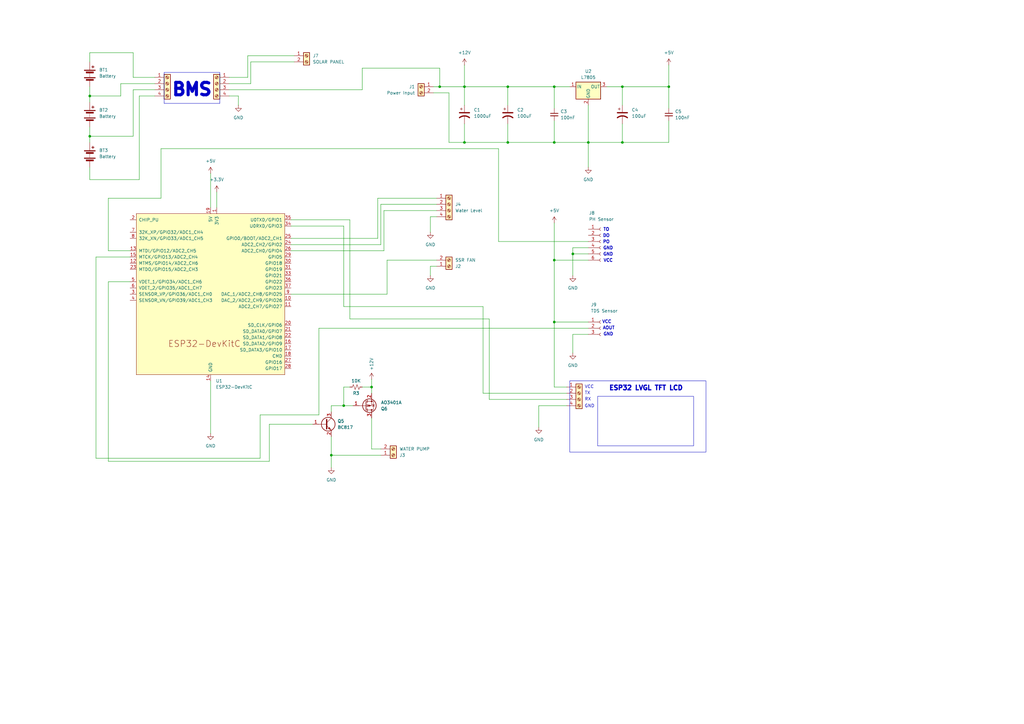
<source format=kicad_sch>
(kicad_sch (version 20250114) (generator "eeschema") (generator_version "9.0")
  (paper "A3")
  (lib_symbols
    (symbol "Connector:Conn_01x03_Socket" (pin_names (offset 1.016) (hide yes))
      (property "Reference" "J" (at 0 5.08 0))
      (property "Value" "Conn_01x03_Socket" (at 0 -5.08 0))
      (symbol "Conn_01x03_Socket_1_1"
        (polyline (pts (xy -1.27 2.54) (xy -0.508 2.54)) (stroke (width 0.1524)))
        (polyline (pts (xy -1.27 0) (xy -0.508 0)) (stroke (width 0.1524)))
        (polyline (pts (xy -1.27 -2.54) (xy -0.508 -2.54)) (stroke (width 0.1524)))
        (arc (start 0 2.032) (mid -0.5058 2.54) (end 0 3.048) (stroke (width 0.1524)))
        (arc (start 0 -0.508) (mid -0.5058 0) (end 0 0.508) (stroke (width 0.1524)))
        (arc (start 0 -3.048) (mid -0.5058 -2.54) (end 0 -2.032) (stroke (width 0.1524)))
        (pin passive line (at -5.08 2.54 0) (length 3.81) (name "Pin_1") (number "1"))
        (pin passive line (at -5.08 0 0) (length 3.81) (name "Pin_2") (number "2"))
        (pin passive line (at -5.08 -2.54 0) (length 3.81) (name "Pin_3") (number "3"))
      )
    )
    (symbol "Connector:Conn_01x06_Socket" (pin_names (offset 1.016) (hide yes))
      (property "Reference" "J" (at 0 7.62 0))
      (property "Value" "Conn_01x06_Socket" (at 0 -10.16 0))
      (symbol "Conn_01x06_Socket_1_1"
        (polyline (pts (xy -1.27 5.08) (xy -0.508 5.08)) (stroke (width 0.1524)))
        (polyline (pts (xy -1.27 2.54) (xy -0.508 2.54)) (stroke (width 0.1524)))
        (polyline (pts (xy -1.27 0) (xy -0.508 0)) (stroke (width 0.1524)))
        (polyline (pts (xy -1.27 -2.54) (xy -0.508 -2.54)) (stroke (width 0.1524)))
        (polyline (pts (xy -1.27 -5.08) (xy -0.508 -5.08)) (stroke (width 0.1524)))
        (polyline (pts (xy -1.27 -7.62) (xy -0.508 -7.62)) (stroke (width 0.1524)))
        (arc (start 0 4.572) (mid -0.5058 5.08) (end 0 5.588) (stroke (width 0.1524)))
        (arc (start 0 2.032) (mid -0.5058 2.54) (end 0 3.048) (stroke (width 0.1524)))
        (arc (start 0 -0.508) (mid -0.5058 0) (end 0 0.508) (stroke (width 0.1524)))
        (arc (start 0 -3.048) (mid -0.5058 -2.54) (end 0 -2.032) (stroke (width 0.1524)))
        (arc (start 0 -5.588) (mid -0.5058 -5.08) (end 0 -4.572) (stroke (width 0.1524)))
        (arc (start 0 -8.128) (mid -0.5058 -7.62) (end 0 -7.112) (stroke (width 0.1524)))
        (pin passive line (at -5.08 5.08 0) (length 3.81) (name "Pin_1") (number "1"))
        (pin passive line (at -5.08 2.54 0) (length 3.81) (name "Pin_2") (number "2"))
        (pin passive line (at -5.08 0 0) (length 3.81) (name "Pin_3") (number "3"))
        (pin passive line (at -5.08 -2.54 0) (length 3.81) (name "Pin_4") (number "4"))
        (pin passive line (at -5.08 -5.08 0) (length 3.81) (name "Pin_5") (number "5"))
        (pin passive line (at -5.08 -7.62 0) (length 3.81) (name "Pin_6") (number "6"))
      )
    )
    (symbol "Connector:Screw_Terminal_01x02" (pin_names (offset 1.016) (hide yes))
      (property "Reference" "J" (at 0 2.54 0))
      (property "Value" "Screw_Terminal_01x02" (at 0 -5.08 0))
      (symbol "Screw_Terminal_01x02_1_1"
        (rectangle (start -1.27 1.27) (end 1.27 -3.81) (stroke (width 0.254)) (fill (type background)))
        (polyline (pts (xy -0.5334 0.3302) (xy 0.3302 -0.508)) (stroke (width 0.1524)))
        (polyline (pts (xy -0.5334 -2.2098) (xy 0.3302 -3.048)) (stroke (width 0.1524)))
        (polyline (pts (xy -0.3556 0.508) (xy 0.508 -0.3302)) (stroke (width 0.1524)))
        (polyline (pts (xy -0.3556 -2.032) (xy 0.508 -2.8702)) (stroke (width 0.1524)))
        (circle (center 0 0) (radius 0.635) (stroke (width 0.1524)))
        (circle (center 0 -2.54) (radius 0.635) (stroke (width 0.1524)))
        (pin passive line (at -5.08 0 0) (length 3.81) (name "Pin_1") (number "1"))
        (pin passive line (at -5.08 -2.54 0) (length 3.81) (name "Pin_2") (number "2"))
      )
    )
    (symbol "Connector:Screw_Terminal_01x04" (pin_names (offset 1.016) (hide yes))
      (property "Reference" "J" (at 0 5.08 0))
      (property "Value" "Screw_Terminal_01x04" (at 0 -7.62 0))
      (symbol "Screw_Terminal_01x04_1_1"
        (rectangle (start -1.27 3.81) (end 1.27 -6.35) (stroke (width 0.254)) (fill (type background)))
        (polyline (pts (xy -0.5334 2.8702) (xy 0.3302 2.032)) (stroke (width 0.1524)))
        (polyline (pts (xy -0.5334 0.3302) (xy 0.3302 -0.508)) (stroke (width 0.1524)))
        (polyline (pts (xy -0.5334 -2.2098) (xy 0.3302 -3.048)) (stroke (width 0.1524)))
        (polyline (pts (xy -0.5334 -4.7498) (xy 0.3302 -5.588)) (stroke (width 0.1524)))
        (polyline (pts (xy -0.3556 3.048) (xy 0.508 2.2098)) (stroke (width 0.1524)))
        (polyline (pts (xy -0.3556 0.508) (xy 0.508 -0.3302)) (stroke (width 0.1524)))
        (polyline (pts (xy -0.3556 -2.032) (xy 0.508 -2.8702)) (stroke (width 0.1524)))
        (polyline (pts (xy -0.3556 -4.572) (xy 0.508 -5.4102)) (stroke (width 0.1524)))
        (circle (center 0 2.54) (radius 0.635) (stroke (width 0.1524)))
        (circle (center 0 0) (radius 0.635) (stroke (width 0.1524)))
        (circle (center 0 -2.54) (radius 0.635) (stroke (width 0.1524)))
        (circle (center 0 -5.08) (radius 0.635) (stroke (width 0.1524)))
        (pin passive line (at -5.08 2.54 0) (length 3.81) (name "Pin_1") (number "1"))
        (pin passive line (at -5.08 0 0) (length 3.81) (name "Pin_2") (number "2"))
        (pin passive line (at -5.08 -2.54 0) (length 3.81) (name "Pin_3") (number "3"))
        (pin passive line (at -5.08 -5.08 0) (length 3.81) (name "Pin_4") (number "4"))
      )
    )
    (symbol "Device:Battery" (pin_numbers (hide yes)) (pin_names (offset 0) (hide yes))
      (property "Reference" "BT" (at 2.54 2.54 0))
      (property "Value" "Battery" (at 2.54 0 0))
      (symbol "Battery_0_1"
        (rectangle (start -2.286 1.778) (end 2.286 1.524) (fill (type outline)))
        (rectangle (start -2.286 -1.27) (end 2.286 -1.524) (fill (type outline)))
        (rectangle (start -1.524 1.016) (end 1.524 0.508) (fill (type outline)))
        (rectangle (start -1.524 -2.032) (end 1.524 -2.54) (fill (type outline)))
        (polyline (pts (xy 0 1.778) (xy 0 2.54)))
        (polyline (pts (xy 0 0) (xy 0 0.254)))
        (polyline (pts (xy 0 -0.508) (xy 0 -0.254)))
        (polyline (pts (xy 0 -1.016) (xy 0 -0.762)))
        (polyline (pts (xy 0.762 3.048) (xy 1.778 3.048)) (stroke (width 0.254)))
        (polyline (pts (xy 1.27 3.556) (xy 1.27 2.54)) (stroke (width 0.254)))
      )
      (symbol "Battery_1_1"
        (pin passive line (at 0 5.08 270) (length 2.54) (name "+") (number "1"))
        (pin passive line (at 0 -5.08 90) (length 2.54) (name "-") (number "2"))
      )
    )
    (symbol "Device:C_Polarized_US" (pin_numbers (hide yes)) (pin_names (offset 0.254) (hide yes))
      (property "Reference" "C" (at 0.635 2.54 0))
      (property "Value" "C_Polarized_US" (at 0.635 -2.54 0))
      (symbol "C_Polarized_US_0_1"
        (polyline (pts (xy -2.032 0.762) (xy 2.032 0.762)) (stroke (width 0.508)))
        (polyline (pts (xy -1.778 2.286) (xy -0.762 2.286)))
        (polyline (pts (xy -1.27 1.778) (xy -1.27 2.794)))
        (arc (start -2.032 -1.27) (mid 0 -0.5572) (end 2.032 -1.27) (stroke (width 0.508)))
      )
      (symbol "C_Polarized_US_1_1"
        (pin passive line (at 0 3.81 270) (length 2.794) (name "~") (number "1"))
        (pin passive line (at 0 -3.81 90) (length 3.302) (name "~") (number "2"))
      )
    )
    (symbol "Device:C_Small" (pin_numbers (hide yes)) (pin_names (offset 0.254) (hide yes))
      (property "Reference" "C" (at 0.254 1.778 0))
      (property "Value" "C_Small" (at 0.254 -2.032 0))
      (symbol "C_Small_0_1"
        (polyline (pts (xy -1.524 0.508) (xy 1.524 0.508)) (stroke (width 0.3048)))
        (polyline (pts (xy -1.524 -0.508) (xy 1.524 -0.508)) (stroke (width 0.3302)))
      )
      (symbol "C_Small_1_1"
        (pin passive line (at 0 2.54 270) (length 2.032) (name "~") (number "1"))
        (pin passive line (at 0 -2.54 90) (length 2.032) (name "~") (number "2"))
      )
    )
    (symbol "Device:R_Small_US" (pin_numbers (hide yes)) (pin_names (offset 0.254) (hide yes))
      (property "Reference" "R" (at 0.762 0.508 0))
      (property "Value" "R_Small_US" (at 0.762 -1.016 0))
      (symbol "R_Small_US_1_1"
        (polyline (pts (xy 0 1.524) (xy 1.016 1.143) (xy 0 0.762) (xy -1.016 0.381) (xy 0 0)))
        (polyline (pts (xy 0 0) (xy 1.016 -0.381) (xy 0 -0.762) (xy -1.016 -1.143) (xy 0 -1.524)))
        (pin passive line (at 0 2.54 270) (length 1.016) (name "~") (number "1"))
        (pin passive line (at 0 -2.54 90) (length 1.016) (name "~") (number "2"))
      )
    )
    (symbol "ESP32:ESP32-DevKitC" (pin_names (offset 1.016))
      (property "Reference" "U" (at -30.48 38.1 0))
      (property "Value" "ESP32-DevKitC" (at -30.48 35.56 0))
      (symbol "ESP32-DevKitC_0_0"
        (text "ESP32-DevKitC" (at -2.54 -20.32 0) (effects (font (size 2.54 2.54))))
        (pin power_in line (at 0 35.56 270) (length 2.54) (name "5V") (number "19"))
        (pin power_in line (at 0 -35.56 90) (length 2.54) (name "GND") (number "14"))
      )
      (symbol "ESP32-DevKitC_0_1"
        (rectangle (start -30.48 33.02) (end 30.48 -33.02) (fill (type background)))
      )
      (symbol "ESP32-DevKitC_1_1"
        (pin input line (at -33.02 30.48 0) (length 2.54) (name "CHIP_PU") (number "2"))
        (pin bidirectional line (at -33.02 25.4 0) (length 2.54) (name "32K_XP/GPIO32/ADC1_CH4") (number "7"))
        (pin bidirectional line (at -33.02 22.86 0) (length 2.54) (name "32K_XN/GPIO33/ADC1_CH5") (number "8"))
        (pin bidirectional line (at -33.02 17.78 0) (length 2.54) (name "MTDI/GPIO12/ADC2_CH5") (number "13"))
        (pin bidirectional line (at -33.02 15.24 0) (length 2.54) (name "MTCK/GPIO13/ADC2_CH4") (number "15"))
        (pin bidirectional line (at -33.02 12.7 0) (length 2.54) (name "MTMS/GPIO14/ADC2_CH6") (number "12"))
        (pin bidirectional line (at -33.02 10.16 0) (length 2.54) (name "MTDO/GPIO15/ADC2_CH3") (number "23"))
        (pin input line (at -33.02 5.08 0) (length 2.54) (name "VDET_1/GPIO34/ADC1_CH6") (number "5"))
        (pin input line (at -33.02 2.54 0) (length 2.54) (name "VDET_2/GPIO35/ADC1_CH7") (number "6"))
        (pin input line (at -33.02 0 0) (length 2.54) (name "SENSOR_VP/GPIO36/ADC1_CH0") (number "3"))
        (pin input line (at -33.02 -2.54 0) (length 2.54) (name "SENSOR_VN/GPIO39/ADC1_CH3") (number "4"))
        (pin passive line (at 0 -35.56 90) (length 2.54) (hide yes) (name "GND") (number "32"))
        (pin passive line (at 0 -35.56 90) (length 2.54) (hide yes) (name "GND") (number "38"))
        (pin power_in line (at 2.54 35.56 270) (length 2.54) (name "3V3") (number "1"))
        (pin bidirectional line (at 33.02 30.48 180) (length 2.54) (name "U0TXD/GPIO1") (number "35"))
        (pin bidirectional line (at 33.02 27.94 180) (length 2.54) (name "U0RXD/GPIO3") (number "34"))
        (pin bidirectional line (at 33.02 22.86 180) (length 2.54) (name "GPIO0/BOOT/ADC2_CH1") (number "25"))
        (pin bidirectional line (at 33.02 20.32 180) (length 2.54) (name "ADC2_CH2/GPIO2") (number "24"))
        (pin bidirectional line (at 33.02 17.78 180) (length 2.54) (name "ADC2_CH0/GPIO4") (number "26"))
        (pin bidirectional line (at 33.02 15.24 180) (length 2.54) (name "GPIO5") (number "29"))
        (pin bidirectional line (at 33.02 12.7 180) (length 2.54) (name "GPIO18") (number "30"))
        (pin bidirectional line (at 33.02 10.16 180) (length 2.54) (name "GPIO19") (number "31"))
        (pin bidirectional line (at 33.02 7.62 180) (length 2.54) (name "GPIO21") (number "33"))
        (pin bidirectional line (at 33.02 5.08 180) (length 2.54) (name "GPIO22") (number "36"))
        (pin bidirectional line (at 33.02 2.54 180) (length 2.54) (name "GPIO23") (number "37"))
        (pin bidirectional line (at 33.02 0 180) (length 2.54) (name "DAC_1/ADC2_CH8/GPIO25") (number "9"))
        (pin bidirectional line (at 33.02 -2.54 180) (length 2.54) (name "DAC_2/ADC2_CH9/GPIO26") (number "10"))
        (pin bidirectional line (at 33.02 -5.08 180) (length 2.54) (name "ADC2_CH7/GPIO27") (number "11"))
        (pin bidirectional line (at 33.02 -12.7 180) (length 2.54) (name "SD_CLK/GPIO6") (number "20"))
        (pin bidirectional line (at 33.02 -15.24 180) (length 2.54) (name "SD_DATA0/GPIO7") (number "21"))
        (pin bidirectional line (at 33.02 -17.78 180) (length 2.54) (name "SD_DATA1/GPIO8") (number "22"))
        (pin bidirectional line (at 33.02 -20.32 180) (length 2.54) (name "SD_DATA2/GPIO9") (number "16"))
        (pin bidirectional line (at 33.02 -22.86 180) (length 2.54) (name "SD_DATA3/GPIO10") (number "17"))
        (pin bidirectional line (at 33.02 -25.4 180) (length 2.54) (name "CMD") (number "18"))
        (pin bidirectional line (at 33.02 -27.94 180) (length 2.54) (name "GPIO16") (number "27"))
        (pin bidirectional line (at 33.02 -30.48 180) (length 2.54) (name "GPIO17") (number "28"))
      )
    )
    (symbol "Regulator_Linear:L7805" (pin_names (offset 0.254))
      (property "Reference" "U" (at -3.81 3.175 0))
      (property "Value" "L7805" (at 0 3.175 0))
      (symbol "L7805_0_1"
        (rectangle (start -5.08 1.905) (end 5.08 -5.08) (stroke (width 0.254)) (fill (type background)))
      )
      (symbol "L7805_1_1"
        (pin power_in line (at -7.62 0 0) (length 2.54) (name "IN") (number "1"))
        (pin power_in line (at 0 -7.62 90) (length 2.54) (name "GND") (number "2"))
        (pin power_out line (at 7.62 0 180) (length 2.54) (name "OUT") (number "3"))
      )
    )
    (symbol "Transistor_BJT:BC817" (pin_names (offset 0) (hide yes))
      (property "Reference" "Q" (at 5.08 1.905 0))
      (property "Value" "BC817" (at 5.08 0 0))
      (symbol "BC817_0_1"
        (polyline (pts (xy -2.54 0) (xy 0.635 0)))
        (polyline (pts (xy 0.635 1.905) (xy 0.635 -1.905)) (stroke (width 0.508)))
        (circle (center 1.27 0) (radius 2.8194) (stroke (width 0.254)))
      )
      (symbol "BC817_1_1"
        (polyline (pts (xy 0.635 0.635) (xy 2.54 2.54)))
        (polyline (pts (xy 0.635 -0.635) (xy 2.54 -2.54)))
        (polyline (pts (xy 1.27 -1.778) (xy 1.778 -1.27) (xy 2.286 -2.286) (xy 1.27 -1.778)) (fill (type outline)))
        (pin input line (at -5.08 0 0) (length 2.54) (name "B") (number "1"))
        (pin passive line (at 2.54 5.08 270) (length 2.54) (name "C") (number "3"))
        (pin passive line (at 2.54 -5.08 90) (length 2.54) (name "E") (number "2"))
      )
    )
    (symbol "Transistor_FET:AO3401A" (pin_names (hide yes))
      (property "Reference" "Q" (at 5.08 1.905 0))
      (property "Value" "AO3401A" (at 5.08 0 0))
      (symbol "AO3401A_0_1"
        (polyline (pts (xy 0.254 1.905) (xy 0.254 -1.905)) (stroke (width 0.254)))
        (polyline (pts (xy 0.254 0) (xy -2.54 0)))
        (polyline (pts (xy 0.762 2.286) (xy 0.762 1.27)) (stroke (width 0.254)))
        (polyline (pts (xy 0.762 1.778) (xy 3.302 1.778) (xy 3.302 -1.778) (xy 0.762 -1.778)))
        (polyline (pts (xy 0.762 0.508) (xy 0.762 -0.508)) (stroke (width 0.254)))
        (polyline (pts (xy 0.762 -1.27) (xy 0.762 -2.286)) (stroke (width 0.254)))
        (circle (center 1.651 0) (radius 2.794) (stroke (width 0.254)))
        (polyline (pts (xy 2.286 0) (xy 1.27 0.381) (xy 1.27 -0.381) (xy 2.286 0)) (fill (type outline)))
        (polyline (pts (xy 2.54 2.54) (xy 2.54 1.778)))
        (circle (center 2.54 1.778) (radius 0.254) (fill (type outline)))
        (circle (center 2.54 -1.778) (radius 0.254) (fill (type outline)))
        (polyline (pts (xy 2.54 -2.54) (xy 2.54 0) (xy 0.762 0)))
        (polyline (pts (xy 2.794 -0.508) (xy 2.921 -0.381) (xy 3.683 -0.381) (xy 3.81 -0.254)))
        (polyline (pts (xy 3.302 -0.381) (xy 2.921 0.254) (xy 3.683 0.254) (xy 3.302 -0.381)))
      )
      (symbol "AO3401A_1_1"
        (pin input line (at -5.08 0 0) (length 2.54) (name "G") (number "1"))
        (pin passive line (at 2.54 5.08 270) (length 2.54) (name "D") (number "3"))
        (pin passive line (at 2.54 -5.08 90) (length 2.54) (name "S") (number "2"))
      )
    )
    (symbol "power:+12V" (power) (pin_numbers (hide yes)) (pin_names (offset 0) (hide yes))
      (property "Value" "+12V" (at 0 3.556 0))
      (symbol "+12V_0_1"
        (polyline (pts (xy -0.762 1.27) (xy 0 2.54)))
        (polyline (pts (xy 0 2.54) (xy 0.762 1.27)))
        (polyline (pts (xy 0 0) (xy 0 2.54)))
      )
      (symbol "+12V_1_1"
        (pin power_in line (at 0 0 90) (length 0) (name "~") (number "1"))
      )
    )
    (symbol "power:+3.3V" (power) (pin_numbers (hide yes)) (pin_names (offset 0) (hide yes))
      (property "Value" "+3.3V" (at 0 3.556 0))
      (symbol "+3.3V_0_1"
        (polyline (pts (xy -0.762 1.27) (xy 0 2.54)))
        (polyline (pts (xy 0 2.54) (xy 0.762 1.27)))
        (polyline (pts (xy 0 0) (xy 0 2.54)))
      )
      (symbol "+3.3V_1_1"
        (pin power_in line (at 0 0 90) (length 0) (name "~") (number "1"))
      )
    )
    (symbol "power:+5V" (power) (pin_numbers (hide yes)) (pin_names (offset 0) (hide yes))
      (property "Value" "+5V" (at 0 3.556 0))
      (symbol "+5V_0_1"
        (polyline (pts (xy -0.762 1.27) (xy 0 2.54)))
        (polyline (pts (xy 0 2.54) (xy 0.762 1.27)))
        (polyline (pts (xy 0 0) (xy 0 2.54)))
      )
      (symbol "+5V_1_1"
        (pin power_in line (at 0 0 90) (length 0) (name "~") (number "1"))
      )
    )
    (symbol "power:GND" (power) (pin_numbers (hide yes)) (pin_names (offset 0) (hide yes))
      (property "Value" "GND" (at 0 -3.81 0))
      (symbol "GND_0_1"
        (polyline (pts (xy 0 0) (xy 0 -1.27) (xy 1.27 -1.27) (xy 0 -2.54) (xy -1.27 -1.27) (xy 0 -1.27)))
      )
      (symbol "GND_1_1"
        (pin power_in line (at 0 0 270) (length 0) (name "~") (number "1"))
      )
    )
  )
  (rectangle (start 284.48 162.56) (end 245.11 182.88))
  (rectangle (start 67.31 29.718) (end 90.17 42.418))
  (rectangle (start 289.56 156.21) (end 233.68 185.42))
  (text "TX" (at 239.776 161.29 0) (effects (font (size 1.27 1.27)) (justify left)))
  (text "PO" (at 248.666 99.314 0) (effects (font (size 1.27 1.27) (thickness 0.254) (bold yes))))
  (text "RX" (at 239.776 163.83 0) (effects (font (size 1.27 1.27)) (justify left)))
  (text "TO" (at 248.666 94.234 0) (effects (font (size 1.27 1.27) (thickness 0.254) (bold yes))))
  (text "GND" (at 249.428 104.394 0) (effects (font (size 1.27 1.27) (thickness 0.254) (bold yes))))
  (text "AOUT" (at 247.142 134.62 0) (effects (font (size 1.27 1.27) (thickness 0.254) (bold yes)) (justify left)))
  (text "ESP32 LVGL TFT LCD" (at 249.682 159.258 0) (effects (font (size 1.905 1.905) (thickness 0.508) (bold yes)) (justify left)))
  (text "BMS" (at 78.74 36.83 0) (effects (font (size 5.08 5.08) (thickness 1.524) (bold yes))))
  (text "GND" (at 249.428 101.854 0) (effects (font (size 1.27 1.27) (thickness 0.254) (bold yes))))
  (text "GND" (at 247.396 137.16 0) (effects (font (size 1.27 1.27) (thickness 0.254) (bold yes)) (justify left)))
  (text "DO" (at 248.666 96.774 0) (effects (font (size 1.27 1.27) (thickness 0.254) (bold yes))))
  (text "VCC" (at 246.888 132.08 0) (effects (font (size 1.27 1.27) (thickness 0.254) (bold yes)) (justify left)))
  (text "VCC" (at 239.776 158.75 0) (effects (font (size 1.27 1.27)) (justify left)))
  (text "GND" (at 239.776 166.624 0) (effects (font (size 1.27 1.27)) (justify left)))
  (text "VCC" (at 249.428 106.934 0) (effects (font (size 1.27 1.27) (thickness 0.254) (bold yes))))
  (junction (at 135.89 186.69))
  (junction (at 36.83 39.37))
  (junction (at 180.34 35.56))
  (junction (at 190.5 58.42))
  (junction (at 241.3 58.42))
  (junction (at 255.27 35.56))
  (junction (at 190.5 35.56))
  (junction (at 208.28 58.42))
  (junction (at 274.32 35.56))
  (junction (at 36.83 55.88))
  (junction (at 208.28 35.56))
  (junction (at 255.27 58.42))
  (junction (at 227.33 132.08))
  (junction (at 152.4 158.75))
  (junction (at 227.33 35.56))
  (junction (at 227.33 58.42))
  (junction (at 140.97 166.37))
  (junction (at 227.33 106.68))
  (junction (at 234.95 104.14))
  (wire (pts (xy 49.53 34.29) (xy 49.53 39.37)))
  (wire (pts (xy 36.83 55.88) (xy 36.83 58.42)))
  (wire (pts (xy 190.5 35.56) (xy 208.28 35.56)))
  (wire (pts (xy 49.53 39.37) (xy 36.83 39.37)))
  (wire (pts (xy 198.12 125.73) (xy 140.97 125.73)))
  (wire (pts (xy 154.94 97.79) (xy 119.38 97.79)))
  (wire (pts (xy 106.68 170.18) (xy 106.68 187.96)))
  (wire (pts (xy 57.15 73.66) (xy 36.83 73.66)))
  (wire (pts (xy 227.33 106.68) (xy 227.33 91.44)))
  (wire (pts (xy 208.28 35.56) (xy 208.28 43.18)))
  (wire (pts (xy 101.6 31.75) (xy 93.98 31.75)))
  (wire (pts (xy 54.61 36.83) (xy 54.61 55.88)))
  (wire (pts (xy 86.36 71.12) (xy 86.36 85.09)))
  (wire (pts (xy 152.4 155.575) (xy 152.4 158.75)))
  (wire (pts (xy 39.37 187.96) (xy 39.37 105.41)))
  (wire (pts (xy 152.4 184.15) (xy 152.4 171.45)))
  (wire (pts (xy 179.07 109.22) (xy 176.53 109.22)))
  (wire (pts (xy 39.37 105.41) (xy 53.34 105.41)))
  (wire (pts (xy 86.36 156.21) (xy 86.36 177.8)))
  (wire (pts (xy 232.41 166.37) (xy 220.98 166.37)))
  (wire (pts (xy 179.07 88.9) (xy 176.53 88.9)))
  (wire (pts (xy 102.87 25.4) (xy 120.65 25.4)))
  (wire (pts (xy 220.98 166.37) (xy 220.98 175.26)))
  (wire (pts (xy 227.33 35.56) (xy 233.68 35.56)))
  (wire (pts (xy 204.47 99.06) (xy 204.47 60.96)))
  (wire (pts (xy 102.87 34.29) (xy 102.87 25.4)))
  (wire (pts (xy 156.21 100.33) (xy 119.38 100.33)))
  (wire (pts (xy 200.66 163.83) (xy 232.41 163.83)))
  (wire (pts (xy 234.95 101.6) (xy 234.95 104.14)))
  (wire (pts (xy 241.3 134.62) (xy 130.81 134.62)))
  (wire (pts (xy 184.15 58.42) (xy 190.5 58.42)))
  (wire (pts (xy 154.94 81.28) (xy 179.07 81.28)))
  (wire (pts (xy 36.83 35.56) (xy 36.83 39.37)))
  (wire (pts (xy 140.97 92.71) (xy 119.38 92.71)))
  (wire (pts (xy 119.38 90.17) (xy 143.51 90.17)))
  (wire (pts (xy 36.83 21.59) (xy 36.83 25.4)))
  (wire (pts (xy 241.3 137.16) (xy 234.95 137.16)))
  (wire (pts (xy 227.33 58.42) (xy 241.3 58.42)))
  (wire (pts (xy 227.33 35.56) (xy 227.33 44.45)))
  (wire (pts (xy 248.92 35.56) (xy 255.27 35.56)))
  (wire (pts (xy 148.59 158.75) (xy 152.4 158.75)))
  (wire (pts (xy 135.89 186.69) (xy 156.21 186.69)))
  (wire (pts (xy 93.98 34.29) (xy 102.87 34.29)))
  (wire (pts (xy 143.51 90.17) (xy 143.51 130.81)))
  (wire (pts (xy 54.61 55.88) (xy 36.83 55.88)))
  (wire (pts (xy 144.78 166.37) (xy 140.97 166.37)))
  (wire (pts (xy 101.6 22.86) (xy 101.6 31.75)))
  (wire (pts (xy 156.21 83.82) (xy 179.07 83.82)))
  (wire (pts (xy 158.75 106.68) (xy 179.07 106.68)))
  (wire (pts (xy 44.45 102.87) (xy 53.34 102.87)))
  (wire (pts (xy 140.97 166.37) (xy 140.97 158.75)))
  (wire (pts (xy 63.5 36.83) (xy 54.61 36.83)))
  (wire (pts (xy 227.33 158.75) (xy 227.33 132.08)))
  (wire (pts (xy 180.34 35.56) (xy 190.5 35.56)))
  (wire (pts (xy 157.48 86.36) (xy 157.48 102.87)))
  (wire (pts (xy 227.33 132.08) (xy 227.33 106.68)))
  (wire (pts (xy 255.27 50.8) (xy 255.27 58.42)))
  (wire (pts (xy 152.4 158.75) (xy 152.4 161.29)))
  (wire (pts (xy 241.3 58.42) (xy 241.3 68.58)))
  (wire (pts (xy 241.3 58.42) (xy 241.3 43.18)))
  (wire (pts (xy 44.45 115.57) (xy 53.34 115.57)))
  (wire (pts (xy 241.3 101.6) (xy 234.95 101.6)))
  (wire (pts (xy 143.51 130.81) (xy 200.66 130.81)))
  (wire (pts (xy 88.9 78.74) (xy 88.9 85.09)))
  (wire (pts (xy 177.8 35.56) (xy 180.34 35.56)))
  (wire (pts (xy 135.89 179.07) (xy 135.89 186.69)))
  (wire (pts (xy 44.45 189.23) (xy 44.45 115.57)))
  (wire (pts (xy 135.89 168.91) (xy 135.89 166.37)))
  (wire (pts (xy 241.3 104.14) (xy 234.95 104.14)))
  (wire (pts (xy 274.32 35.56) (xy 274.32 44.45)))
  (wire (pts (xy 135.89 166.37) (xy 140.97 166.37)))
  (wire (pts (xy 255.27 58.42) (xy 241.3 58.42)))
  (wire (pts (xy 106.68 187.96) (xy 39.37 187.96)))
  (wire (pts (xy 190.5 35.56) (xy 190.5 43.18)))
  (wire (pts (xy 274.32 49.53) (xy 274.32 58.42)))
  (wire (pts (xy 120.65 22.86) (xy 101.6 22.86)))
  (wire (pts (xy 200.66 130.81) (xy 200.66 163.83)))
  (wire (pts (xy 241.3 106.68) (xy 227.33 106.68)))
  (wire (pts (xy 176.53 88.9) (xy 176.53 95.25)))
  (wire (pts (xy 234.95 104.14) (xy 234.95 113.03)))
  (wire (pts (xy 110.49 189.23) (xy 44.45 189.23)))
  (wire (pts (xy 63.5 39.37) (xy 57.15 39.37)))
  (wire (pts (xy 130.81 170.18) (xy 106.68 170.18)))
  (wire (pts (xy 156.21 184.15) (xy 152.4 184.15)))
  (wire (pts (xy 66.04 81.28) (xy 44.45 81.28)))
  (wire (pts (xy 204.47 60.96) (xy 66.04 60.96)))
  (wire (pts (xy 158.75 106.68) (xy 158.75 120.65)))
  (wire (pts (xy 148.59 27.94) (xy 180.34 27.94)))
  (wire (pts (xy 184.15 38.1) (xy 184.15 58.42)))
  (wire (pts (xy 190.5 50.8) (xy 190.5 58.42)))
  (wire (pts (xy 130.81 134.62) (xy 130.81 170.18)))
  (wire (pts (xy 232.41 161.29) (xy 198.12 161.29)))
  (wire (pts (xy 63.5 34.29) (xy 49.53 34.29)))
  (wire (pts (xy 274.32 26.67) (xy 274.32 35.56)))
  (wire (pts (xy 234.95 137.16) (xy 234.95 144.78)))
  (wire (pts (xy 156.21 83.82) (xy 156.21 100.33)))
  (wire (pts (xy 36.83 73.66) (xy 36.83 68.58)))
  (wire (pts (xy 93.98 39.37) (xy 97.79 39.37)))
  (wire (pts (xy 227.33 49.53) (xy 227.33 58.42)))
  (wire (pts (xy 148.59 36.83) (xy 148.59 27.94)))
  (wire (pts (xy 208.28 35.56) (xy 227.33 35.56)))
  (wire (pts (xy 255.27 35.56) (xy 274.32 35.56)))
  (wire (pts (xy 54.61 31.75) (xy 54.61 21.59)))
  (wire (pts (xy 177.8 38.1) (xy 184.15 38.1)))
  (wire (pts (xy 232.41 158.75) (xy 227.33 158.75)))
  (wire (pts (xy 140.97 158.75) (xy 143.51 158.75)))
  (wire (pts (xy 154.94 81.28) (xy 154.94 97.79)))
  (wire (pts (xy 36.83 52.07) (xy 36.83 55.88)))
  (wire (pts (xy 198.12 161.29) (xy 198.12 125.73)))
  (wire (pts (xy 241.3 99.06) (xy 204.47 99.06)))
  (wire (pts (xy 208.28 50.8) (xy 208.28 58.42)))
  (wire (pts (xy 180.34 27.94) (xy 180.34 35.56)))
  (wire (pts (xy 157.48 102.87) (xy 119.38 102.87)))
  (wire (pts (xy 135.89 186.69) (xy 135.89 191.77)))
  (wire (pts (xy 158.75 120.65) (xy 119.38 120.65)))
  (wire (pts (xy 157.48 86.36) (xy 179.07 86.36)))
  (wire (pts (xy 241.3 132.08) (xy 227.33 132.08)))
  (wire (pts (xy 140.97 125.73) (xy 140.97 92.71)))
  (wire (pts (xy 44.45 81.28) (xy 44.45 102.87)))
  (wire (pts (xy 66.04 60.96) (xy 66.04 81.28)))
  (wire (pts (xy 57.15 39.37) (xy 57.15 73.66)))
  (wire (pts (xy 176.53 109.22) (xy 176.53 113.03)))
  (wire (pts (xy 190.5 58.42) (xy 208.28 58.42)))
  (wire (pts (xy 190.5 26.67) (xy 190.5 35.56)))
  (wire (pts (xy 54.61 21.59) (xy 36.83 21.59)))
  (wire (pts (xy 255.27 35.56) (xy 255.27 43.18)))
  (wire (pts (xy 93.98 36.83) (xy 148.59 36.83)))
  (wire (pts (xy 274.32 58.42) (xy 255.27 58.42)))
  (wire (pts (xy 208.28 58.42) (xy 227.33 58.42)))
  (wire (pts (xy 36.83 39.37) (xy 36.83 41.91)))
  (wire (pts (xy 110.49 173.99) (xy 110.49 189.23)))
  (wire (pts (xy 128.27 173.99) (xy 110.49 173.99)))
  (wire (pts (xy 97.79 39.37) (xy 97.79 43.18)))
  (wire (pts (xy 63.5 31.75) (xy 54.61 31.75)))
  (symbol (lib_id "power:GND") (at 97.79 43.18 0) (unit 1)
    (property "Reference" "#PWR011" (effects (hide yes)))
    (property "Value" "GND" (at 97.79 48.26 0))
    (property "Description" "Power symbol creates a global label with name \"GND\" , ground" (effects (hide yes)))
  )
  (symbol (lib_id "power:GND") (at 234.95 144.78 0) (unit 1)
    (property "Reference" "#PWR014" (effects (hide yes)))
    (property "Value" "GND" (at 234.95 149.86 0))
    (property "Description" "Power symbol creates a global label with name \"GND\" , ground" (effects (hide yes)))
  )
  (symbol (lib_id "power:GND") (at 234.95 113.03 0) (unit 1)
    (property "Reference" "#PWR012" (effects (hide yes)))
    (property "Value" "GND" (at 234.95 118.11 0))
    (property "Description" "Power symbol creates a global label with name \"GND\" , ground" (effects (hide yes)))
  )
  (symbol (lib_id "Device:Battery") (at 36.83 63.5 0) (unit 1)
    (property "Reference" "BT3" (at 40.64 61.6584 0) (effects (justify left)))
    (property "Value" "Battery" (at 40.64 64.1984 0) (effects (justify left)))
    (property "Description" "Multiple-cell battery" (effects (hide yes)))
  )
  (symbol (lib_id "Device:C_Polarized_US") (at 208.28 46.99 0) (unit 1)
    (property "Reference" "C2" (at 212.09 45.0849 0) (effects (justify left)))
    (property "Value" "100uF" (at 212.09 47.6249 0) (effects (justify left)))
    (property "Footprint" "Capacitor_THT:CP_Radial_D6.3mm_P2.50mm" (effects (hide yes)))
  )
  (symbol (lib_id "Connector:Conn_01x06_Socket") (at 246.38 99.06 0) (unit 1)
    (property "Reference" "J8" (at 241.554 87.376 0) (effects (justify left)))
    (property "Value" "PH Sensor" (at 241.554 89.916 0) (effects (justify left)))
    (property "Description" "Generic connector, single row, 01x06, script generated" (effects (hide yes)))
  )
  (symbol (lib_id "power:GND") (at 176.53 113.03 0) (unit 1)
    (property "Reference" "#PWR07" (effects (hide yes)))
    (property "Value" "GND" (at 176.53 118.11 0))
    (property "Description" "Power symbol creates a global label with name \"GND\" , ground" (effects (hide yes)))
  )
  (symbol (lib_id "Transistor_FET:AO3401A") (at 149.86 166.37 0) (mirror x) (unit 1)
    (property "Reference" "Q6" (at 156.21 167.6401 0) (effects (justify left)))
    (property "Value" "AO3401A" (at 156.21 165.1001 0) (effects (justify left)))
    (property "Footprint" "Package_TO_SOT_SMD:SOT-23" (effects (hide yes)))
    (property "Datasheet" "http://www.aosmd.com/pdfs/datasheet/AO3401A.pdf" (effects (hide yes)))
    (property "Description" "-4.0A Id, -30V Vds, P-Channel MOSFET, SOT-23" (effects (hide yes)))
  )
  (symbol (lib_id "Connector:Screw_Terminal_01x04") (at 184.15 83.82 0) (unit 1)
    (property "Reference" "J4" (at 186.69 83.8199 0) (effects (justify left)))
    (property "Value" "Water Level" (at 186.69 86.3599 0) (effects (justify left)))
    (property "Description" "Generic screw terminal, single row, 01x04, script generated (kicad-library-utils/schlib/autogen/connector/)" (effects (hide yes)))
  )
  (symbol (lib_id "power:+3.3V") (at 88.9 78.74 0) (unit 1)
    (property "Reference" "#PWR04" (effects (hide yes)))
    (property "Value" "+3.3V" (at 88.9 73.66 0))
    (property "Description" "Power symbol creates a global label with name \"+3.3V\"" (effects (hide yes)))
  )
  (symbol (lib_id "Device:C_Small") (at 274.32 46.99 0) (unit 1)
    (property "Reference" "C5" (at 276.86 45.7262 0) (effects (justify left)))
    (property "Value" "100nF" (at 276.86 48.2662 0) (effects (justify left)))
    (property "Footprint" "Capacitor_THT:C_Disc_D4.3mm_W1.9mm_P5.00mm" (effects (hide yes)))
    (property "Description" "Unpolarized capacitor, small symbol" (effects (hide yes)))
  )
  (symbol (lib_id "power:GND") (at 135.89 191.77 0) (unit 1)
    (property "Reference" "#PWR08" (effects (hide yes)))
    (property "Value" "GND" (at 135.89 196.85 0))
  )
  (symbol (lib_id "power:GND") (at 241.3 68.58 0) (unit 1)
    (property "Reference" "#PWR05" (effects (hide yes)))
    (property "Value" "GND" (at 241.3 73.66 0))
    (property "Description" "Power symbol creates a global label with name \"GND\" , ground" (effects (hide yes)))
  )
  (symbol (lib_id "Regulator_Linear:L7805") (at 241.3 35.56 0) (unit 1)
    (property "Reference" "U2" (at 241.3 29.21 0))
    (property "Value" "L7805" (at 241.3 31.75 0))
    (property "Datasheet" "http://www.st.com/content/ccc/resource/technical/document/datasheet/41/4f/b3/b0/12/d4/47/88/CD00000444.pdf/files/CD00000444.pdf/jcr:content/translations/en.CD00000444.pdf" (effects (hide yes)))
    (property "Description" "Positive 1.5A 35V Linear Regulator, Fixed Output 5V, TO-220/TO-263/TO-252" (effects (hide yes)))
  )
  (symbol (lib_id "power:GND") (at 86.36 177.8 0) (unit 1)
    (property "Reference" "#PWR06" (effects (hide yes)))
    (property "Value" "GND" (at 86.36 182.88 0))
    (property "Description" "Power symbol creates a global label with name \"GND\" , ground" (effects (hide yes)))
  )
  (symbol (lib_id "Connector:Screw_Terminal_01x04") (at 237.49 161.29 0) (unit 1)
    (property "Reference" "J10" (effects (hide yes)))
    (property "Value" "Coin Acceptor" (effects (hide yes)))
    (property "Description" "Generic screw terminal, single row, 01x04, script generated (kicad-library-utils/schlib/autogen/connector/)" (effects (hide yes)))
  )
  (symbol (lib_id "Device:C_Polarized_US") (at 255.27 46.99 0) (unit 1)
    (property "Reference" "C4" (at 259.08 45.0849 0) (effects (justify left)))
    (property "Value" "100uF" (at 259.08 47.6249 0) (effects (justify left)))
    (property "Footprint" "Capacitor_THT:CP_Radial_D6.3mm_P2.50mm" (effects (hide yes)))
  )
  (symbol (lib_id "Connector:Screw_Terminal_01x04") (at 88.9 34.29 0) (mirror y) (unit 1)
    (property "Reference" "J6" (effects (hide yes)))
    (property "Value" "Water Level" (effects (hide yes)))
    (property "Description" "Generic screw terminal, single row, 01x04, script generated (kicad-library-utils/schlib/autogen/connector/)" (effects (hide yes)))
  )
  (symbol (lib_id "Connector:Screw_Terminal_01x02") (at 172.72 35.56 0) (mirror y) (unit 1)
    (property "Reference" "J1" (at 170.18 35.5599 0) (effects (justify left)))
    (property "Value" "Power Input" (at 170.18 38.0999 0) (effects (justify left)))
    (property "Description" "Generic screw terminal, single row, 01x02, script generated (kicad-library-utils/schlib/autogen/connector/)" (effects (hide yes)))
  )
  (symbol (lib_id "Device:C_Polarized_US") (at 190.5 46.99 0) (unit 1)
    (property "Reference" "C1" (at 194.31 45.0849 0) (effects (justify left)))
    (property "Value" "1000uF" (at 194.31 47.6249 0) (effects (justify left)))
    (property "Footprint" "Capacitor_THT:CP_Radial_D10.0mm_P5.00mm" (effects (hide yes)))
  )
  (symbol (lib_id "power:+5V") (at 227.33 91.44 0) (unit 1)
    (property "Reference" "#PWR013" (effects (hide yes)))
    (property "Value" "+5V" (at 227.33 86.36 0))
    (property "Description" "Power symbol creates a global label with name \"+5V\"" (effects (hide yes)))
  )
  (symbol (lib_id "power:+12V") (at 152.4 155.575 0) (unit 1)
    (property "Reference" "#PWR09" (effects (hide yes)))
    (property "Value" "+12V" (at 152.4 146.685 90) (effects (justify right)))
  )
  (symbol (lib_id "Device:C_Small") (at 227.33 46.99 0) (unit 1)
    (property "Reference" "C3" (at 229.87 45.7262 0) (effects (justify left)))
    (property "Value" "100nF" (at 229.87 48.2662 0) (effects (justify left)))
    (property "Footprint" "Capacitor_THT:C_Disc_D4.3mm_W1.9mm_P5.00mm" (effects (hide yes)))
    (property "Description" "Unpolarized capacitor, small symbol" (effects (hide yes)))
  )
  (symbol (lib_id "power:GND") (at 220.98 175.26 0) (mirror y) (unit 1)
    (property "Reference" "#PWR015" (effects (hide yes)))
    (property "Value" "GND" (at 220.98 180.34 0))
    (property "Description" "Power symbol creates a global label with name \"GND\" , ground" (effects (hide yes)))
  )
  (symbol (lib_id "ESP32:ESP32-DevKitC") (at 86.36 120.65 0) (unit 1)
    (property "Reference" "U1" (at 88.5033 156.21 0) (effects (justify left)))
    (property "Value" "ESP32-DevKitC" (at 88.5033 158.75 0) (effects (justify left)))
    (property "Footprint" "PCM_Espressif:ESP32-DevKitC" (effects (hide yes)))
    (property "Datasheet" "https://docs.espressif.com/projects/esp-idf/zh_CN/latest/esp32/hw-reference/esp32/get-started-devkitc.html" (effects (hide yes)))
    (property "Description" "Development Kit" (effects (hide yes)))
  )
  (symbol (lib_id "Device:R_Small_US") (at 146.05 158.75 270) (unit 1)
    (property "Reference" "R3" (at 146.05 161.29 90))
    (property "Value" "10K" (at 146.05 156.21 90))
    (property "Footprint" "Resistor_SMD:R_0805_2012Metric_Pad1.20x1.40mm_HandSolder" (effects (hide yes)))
  )
  (symbol (lib_id "Transistor_BJT:BC817") (at 133.35 173.99 0) (unit 1)
    (property "Reference" "Q5" (at 138.43 172.7199 0) (effects (justify left)))
    (property "Value" "BC817" (at 138.43 175.2599 0) (effects (justify left)))
    (property "Footprint" "Package_TO_SOT_SMD:SOT-23" (effects (hide yes)))
    (property "Datasheet" "https://www.onsemi.com/pub/Collateral/BC818-D.pdf" (effects (hide yes)))
    (property "Description" "0.8A Ic, 45V Vce, NPN Transistor, SOT-23" (effects (hide yes)))
  )
  (symbol (lib_id "Device:Battery") (at 36.83 30.48 0) (unit 1)
    (property "Reference" "BT1" (at 40.64 28.6384 0) (effects (justify left)))
    (property "Value" "Battery" (at 40.64 31.1784 0) (effects (justify left)))
    (property "Description" "Multiple-cell battery" (effects (hide yes)))
  )
  (symbol (lib_id "Connector:Screw_Terminal_01x02") (at 125.73 22.86 0) (unit 1)
    (property "Reference" "J7" (at 128.27 22.8599 0) (effects (justify left)))
    (property "Value" "SOLAR PANEL" (at 128.27 25.3999 0) (effects (justify left)))
    (property "Description" "Generic screw terminal, single row, 01x02, script generated (kicad-library-utils/schlib/autogen/connector/)" (effects (hide yes)))
  )
  (symbol (lib_id "Device:Battery") (at 36.83 46.99 0) (unit 1)
    (property "Reference" "BT2" (at 40.64 45.1484 0) (effects (justify left)))
    (property "Value" "Battery" (at 40.64 47.6884 0) (effects (justify left)))
    (property "Description" "Multiple-cell battery" (effects (hide yes)))
  )
  (symbol (lib_id "Connector:Screw_Terminal_01x04") (at 68.58 34.29 0) (unit 1)
    (property "Reference" "J5" (effects (hide yes)))
    (property "Value" "Water Level" (effects (hide yes)))
    (property "Description" "Generic screw terminal, single row, 01x04, script generated (kicad-library-utils/schlib/autogen/connector/)" (effects (hide yes)))
  )
  (symbol (lib_id "power:+5V") (at 86.36 71.12 0) (unit 1)
    (property "Reference" "#PWR02" (effects (hide yes)))
    (property "Value" "+5V" (at 86.36 66.04 0))
    (property "Description" "Power symbol creates a global label with name \"+5V\"" (effects (hide yes)))
  )
  (symbol (lib_id "Connector:Screw_Terminal_01x02") (at 184.15 109.22 0) (mirror x) (unit 1)
    (property "Reference" "J2" (at 186.69 109.2201 0) (effects (justify left)))
    (property "Value" "SSR FAN" (at 186.69 106.6801 0) (effects (justify left)))
    (property "Description" "Generic screw terminal, single row, 01x02, script generated (kicad-library-utils/schlib/autogen/connector/)" (effects (hide yes)))
  )
  (symbol (lib_id "Connector:Conn_01x03_Socket") (at 246.38 134.62 0) (unit 1)
    (property "Reference" "J9" (at 242.316 124.968 0) (effects (justify left)))
    (property "Value" "TDS Sensor" (at 242.316 127.508 0) (effects (justify left)))
    (property "Description" "Generic connector, single row, 01x03, script generated" (effects (hide yes)))
  )
  (symbol (lib_id "Connector:Screw_Terminal_01x02") (at 161.29 186.69 0) (mirror x) (unit 1)
    (property "Reference" "J3" (at 163.83 186.6901 0) (effects (justify left)))
    (property "Value" "WATER PUMP" (at 163.83 184.1501 0) (effects (justify left)))
    (property "Description" "Generic screw terminal, single row, 01x02, script generated (kicad-library-utils/schlib/autogen/connector/)" (effects (hide yes)))
  )
  (symbol (lib_id "power:+5V") (at 274.32 26.67 0) (unit 1)
    (property "Reference" "#PWR03" (effects (hide yes)))
    (property "Value" "+5V" (at 274.32 21.59 0))
    (property "Description" "Power symbol creates a global label with name \"+5V\"" (effects (hide yes)))
  )
  (symbol (lib_id "power:GND") (at 176.53 95.25 0) (unit 1)
    (property "Reference" "#PWR010" (effects (hide yes)))
    (property "Value" "GND" (at 176.53 100.33 0))
    (property "Description" "Power symbol creates a global label with name \"GND\" , ground" (effects (hide yes)))
  )
  (symbol (lib_id "power:+12V") (at 190.5 26.67 0) (unit 1)
    (property "Reference" "#PWR01" (effects (hide yes)))
    (property "Value" "+12V" (at 190.5 21.59 0))
    (property "Description" "Power symbol creates a global label with name \"+12V\"" (effects (hide yes)))
  )
)
</source>
